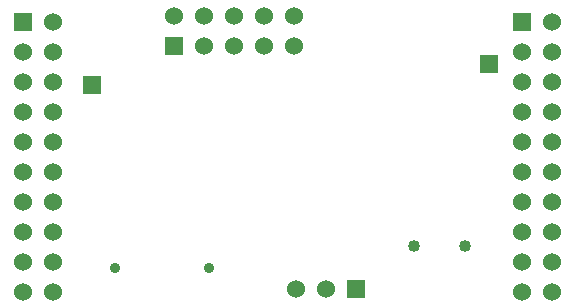
<source format=gbs>
G04 (created by PCBNEW (2013-07-07 BZR 4022)-stable) date 24/01/2014 20:14:09*
%MOIN*%
G04 Gerber Fmt 3.4, Leading zero omitted, Abs format*
%FSLAX34Y34*%
G01*
G70*
G90*
G04 APERTURE LIST*
%ADD10C,0.00590551*%
%ADD11R,0.06X0.06*%
%ADD12C,0.06*%
%ADD13C,0.04*%
%ADD14C,0.035*%
G04 APERTURE END LIST*
G54D10*
G54D11*
X81100Y-69900D03*
G54D12*
X80100Y-69900D03*
X79100Y-69900D03*
G54D11*
X70000Y-60984D03*
G54D12*
X71000Y-60984D03*
X70000Y-61984D03*
X71000Y-61984D03*
X70000Y-62984D03*
X71000Y-62984D03*
X70000Y-63984D03*
X71000Y-63984D03*
X70000Y-64984D03*
X71000Y-64984D03*
X70000Y-65984D03*
X71000Y-65984D03*
X70000Y-66984D03*
X71000Y-66984D03*
X70000Y-67984D03*
X71000Y-67984D03*
X70000Y-68984D03*
X71000Y-68984D03*
X70000Y-69984D03*
X71000Y-69984D03*
G54D11*
X86650Y-60984D03*
G54D12*
X87650Y-60984D03*
X86650Y-61984D03*
X87650Y-61984D03*
X86650Y-62984D03*
X87650Y-62984D03*
X86650Y-63984D03*
X87650Y-63984D03*
X86650Y-64984D03*
X87650Y-64984D03*
X86650Y-65984D03*
X87650Y-65984D03*
X86650Y-66984D03*
X87650Y-66984D03*
X86650Y-67984D03*
X87650Y-67984D03*
X86650Y-68984D03*
X87650Y-68984D03*
X86650Y-69984D03*
X87650Y-69984D03*
G54D11*
X85550Y-62400D03*
X75050Y-61800D03*
G54D12*
X75050Y-60800D03*
X76050Y-61800D03*
X76050Y-60800D03*
X77050Y-61800D03*
X77050Y-60800D03*
X78050Y-61800D03*
X78050Y-60800D03*
X79050Y-61800D03*
X79050Y-60800D03*
G54D11*
X72300Y-63100D03*
G54D13*
X83050Y-68450D03*
X84750Y-68450D03*
G54D14*
X73076Y-69191D03*
X76225Y-69191D03*
M02*

</source>
